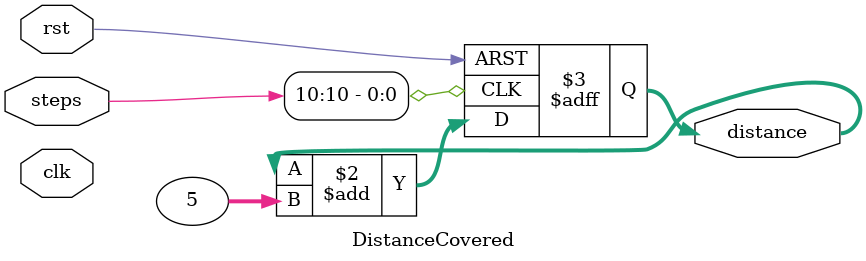
<source format=v>
`timescale 1ns / 1ps


module DistanceCovered(
    input clk,
    input rst,
    input [31:0] steps,
    output reg [31:0] distance
    );

    // Negedge of steps[10] = every 2048 steps

    always @(negedge steps[10] or posedge rst) begin
        if(rst) begin
            distance <= 32'b0;
        end
        else begin
            distance <= distance + 5;
        end
    end

endmodule

</source>
